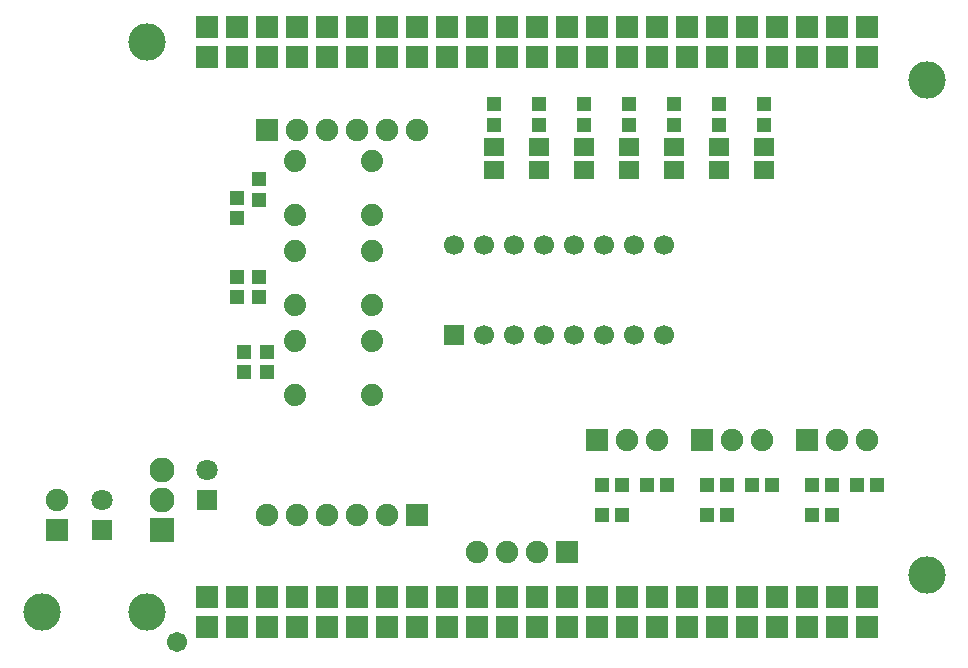
<source format=gbr>
G04 DipTrace 2.4.0.2*
%INTopMask.gbr*%
%MOIN*%
%ADD18R,0.0669X0.0669*%
%ADD19C,0.0669*%
%ADD24C,0.074*%
%ADD25R,0.0748X0.0748*%
%ADD26C,0.0748*%
%ADD32C,0.125*%
%ADD39C,0.0671*%
%ADD41R,0.071X0.071*%
%ADD43C,0.071*%
%ADD45C,0.0828*%
%ADD46R,0.0828X0.0828*%
%ADD51R,0.073X0.073*%
%ADD53R,0.0671X0.0592*%
%ADD55R,0.0474X0.0513*%
%ADD57R,0.0513X0.0474*%
%FSLAX44Y44*%
G04*
G70*
G90*
G75*
G01*
%LNTopMask*%
%LPD*%
D57*
X32525Y8940D3*
X31855D3*
X29025D3*
X28355D3*
X25525D3*
X24855D3*
D55*
X13690Y13690D3*
Y14359D3*
X13440Y16190D3*
Y16859D3*
Y19440D3*
Y20109D3*
D53*
X30253Y20440D3*
Y21188D3*
X28753Y20440D3*
Y21188D3*
X27253Y20440D3*
Y21188D3*
X25753Y20440D3*
Y21188D3*
X24253Y20440D3*
Y21188D3*
X22753Y20440D3*
Y21188D3*
X21253Y20440D3*
Y21188D3*
D25*
X18690Y8940D3*
D26*
X17690D3*
X16690D3*
X15690D3*
X14690D3*
X13690D3*
D25*
Y21752D3*
D26*
X14690D3*
X15690D3*
X16690D3*
X17690D3*
X18690D3*
D25*
X31690Y11440D3*
D26*
X32690D3*
X33690D3*
D25*
X28190D3*
D26*
X29190D3*
X30190D3*
D25*
X24690D3*
D26*
X25690D3*
X26690D3*
D25*
X23690Y7690D3*
D26*
X22690D3*
X21690D3*
X20690D3*
D57*
X32525Y9940D3*
X31855D3*
X33355D3*
X34025D3*
X29025D3*
X28355D3*
X29855D3*
X30525D3*
X25525D3*
X24855D3*
X26355D3*
X27025D3*
D55*
X12940Y14359D3*
Y13690D3*
X12690Y16859D3*
Y16190D3*
Y18815D3*
Y19484D3*
X27253Y21940D3*
Y22609D3*
X28753Y21940D3*
Y22609D3*
X30253Y21940D3*
Y22609D3*
X25753Y21940D3*
Y22609D3*
X21253Y21940D3*
Y22609D3*
X22753Y21940D3*
Y22609D3*
X24253Y21940D3*
Y22609D3*
D51*
X11690Y6190D3*
X12690D3*
X13690D3*
X14690D3*
X15690D3*
X16690D3*
X17690D3*
X18690D3*
X19690D3*
X20690D3*
X21690D3*
X22690D3*
X23690D3*
X24690D3*
X25690D3*
X26690D3*
X27690D3*
X28690D3*
X29690D3*
X30690D3*
X31690D3*
X32690D3*
X33690D3*
Y5190D3*
X32690D3*
X31690D3*
X30690D3*
X29690D3*
X28690D3*
X27690D3*
X26690D3*
X25690D3*
X24690D3*
X23690D3*
X22690D3*
X21690D3*
X20690D3*
X19690D3*
X18690D3*
X17690D3*
X16690D3*
X15690D3*
X14690D3*
X13690D3*
X12690D3*
X11690D3*
Y25190D3*
X12690D3*
X13690D3*
X14690D3*
X15690D3*
X16690D3*
X17690D3*
X18690D3*
X19690D3*
X20690D3*
X21690D3*
X22690D3*
X23690D3*
X24690D3*
X25690D3*
X26690D3*
X27690D3*
X28690D3*
X29690D3*
X30690D3*
X31690D3*
X32690D3*
X33690D3*
Y24190D3*
X32690D3*
X31690D3*
X30690D3*
X29690D3*
X28690D3*
X27690D3*
X26690D3*
X25690D3*
X24690D3*
X23690D3*
X22690D3*
X21690D3*
X20690D3*
X19690D3*
X18690D3*
X17690D3*
X16690D3*
X15690D3*
X14690D3*
X13690D3*
X12690D3*
X11690D3*
D32*
X35690Y23440D3*
Y6940D3*
X9690Y24690D3*
Y5690D3*
D18*
X19940Y14940D3*
D19*
X20940D3*
X21940D3*
X22940D3*
X23940D3*
X24940D3*
X25940D3*
X26940D3*
Y17940D3*
X25940D3*
X24940D3*
X23940D3*
X22940D3*
X21940D3*
X20940D3*
X19940D3*
D24*
X14630Y20720D3*
X17190D3*
X14630Y18940D3*
X17190D3*
X14630Y17720D3*
X17190D3*
X14630Y15940D3*
X17190D3*
X14630Y14720D3*
X17190D3*
X14630Y12940D3*
X17190D3*
D46*
X10190Y8440D3*
D45*
Y9440D3*
Y10440D3*
D43*
X11690D3*
D41*
Y9440D3*
D43*
X8190D3*
D41*
Y8440D3*
D25*
X6690D3*
D26*
Y9440D3*
D32*
X6190Y5690D3*
D39*
X10690Y4690D3*
M02*

</source>
